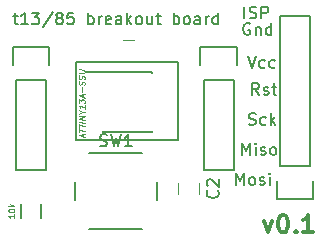
<source format=gto>
G04 #@! TF.GenerationSoftware,KiCad,Pcbnew,(2017-01-24 revision 0b6147e)-makepkg*
G04 #@! TF.CreationDate,2017-01-29T23:02:28+05:30*
G04 #@! TF.ProjectId,attiny13a,617474696E793133612E6B696361645F,0.1*
G04 #@! TF.FileFunction,Legend,Top*
G04 #@! TF.FilePolarity,Positive*
%FSLAX46Y46*%
G04 Gerber Fmt 4.6, Leading zero omitted, Abs format (unit mm)*
G04 Created by KiCad (PCBNEW (2017-01-24 revision 0b6147e)-makepkg) date 01/29/17 23:02:28*
%MOMM*%
%LPD*%
G01*
G04 APERTURE LIST*
%ADD10C,0.100000*%
%ADD11C,0.300000*%
%ADD12C,0.200000*%
%ADD13C,0.150000*%
%ADD14C,0.120000*%
G04 APERTURE END LIST*
D10*
D11*
X142637142Y-102294571D02*
X142994285Y-103294571D01*
X143351428Y-102294571D01*
X144208571Y-101794571D02*
X144351428Y-101794571D01*
X144494285Y-101866000D01*
X144565714Y-101937428D01*
X144637142Y-102080285D01*
X144708571Y-102366000D01*
X144708571Y-102723142D01*
X144637142Y-103008857D01*
X144565714Y-103151714D01*
X144494285Y-103223142D01*
X144351428Y-103294571D01*
X144208571Y-103294571D01*
X144065714Y-103223142D01*
X143994285Y-103151714D01*
X143922857Y-103008857D01*
X143851428Y-102723142D01*
X143851428Y-102366000D01*
X143922857Y-102080285D01*
X143994285Y-101937428D01*
X144065714Y-101866000D01*
X144208571Y-101794571D01*
X145351428Y-103151714D02*
X145422857Y-103223142D01*
X145351428Y-103294571D01*
X145280000Y-103223142D01*
X145351428Y-103151714D01*
X145351428Y-103294571D01*
X146851428Y-103294571D02*
X145994285Y-103294571D01*
X146422857Y-103294571D02*
X146422857Y-101794571D01*
X146280000Y-102008857D01*
X146137142Y-102151714D01*
X145994285Y-102223142D01*
D12*
X121436904Y-85002714D02*
X121817857Y-85002714D01*
X121579761Y-84669380D02*
X121579761Y-85526523D01*
X121627380Y-85621761D01*
X121722619Y-85669380D01*
X121817857Y-85669380D01*
X122674999Y-85669380D02*
X122103571Y-85669380D01*
X122389285Y-85669380D02*
X122389285Y-84669380D01*
X122294047Y-84812238D01*
X122198809Y-84907476D01*
X122103571Y-84955095D01*
X123008333Y-84669380D02*
X123627380Y-84669380D01*
X123294047Y-85050333D01*
X123436904Y-85050333D01*
X123532142Y-85097952D01*
X123579761Y-85145571D01*
X123627380Y-85240809D01*
X123627380Y-85478904D01*
X123579761Y-85574142D01*
X123532142Y-85621761D01*
X123436904Y-85669380D01*
X123151190Y-85669380D01*
X123055952Y-85621761D01*
X123008333Y-85574142D01*
X124770238Y-84621761D02*
X123913095Y-85907476D01*
X125246428Y-85097952D02*
X125151190Y-85050333D01*
X125103571Y-85002714D01*
X125055952Y-84907476D01*
X125055952Y-84859857D01*
X125103571Y-84764619D01*
X125151190Y-84717000D01*
X125246428Y-84669380D01*
X125436904Y-84669380D01*
X125532142Y-84717000D01*
X125579761Y-84764619D01*
X125627380Y-84859857D01*
X125627380Y-84907476D01*
X125579761Y-85002714D01*
X125532142Y-85050333D01*
X125436904Y-85097952D01*
X125246428Y-85097952D01*
X125151190Y-85145571D01*
X125103571Y-85193190D01*
X125055952Y-85288428D01*
X125055952Y-85478904D01*
X125103571Y-85574142D01*
X125151190Y-85621761D01*
X125246428Y-85669380D01*
X125436904Y-85669380D01*
X125532142Y-85621761D01*
X125579761Y-85574142D01*
X125627380Y-85478904D01*
X125627380Y-85288428D01*
X125579761Y-85193190D01*
X125532142Y-85145571D01*
X125436904Y-85097952D01*
X126532142Y-84669380D02*
X126055952Y-84669380D01*
X126008333Y-85145571D01*
X126055952Y-85097952D01*
X126151190Y-85050333D01*
X126389285Y-85050333D01*
X126484523Y-85097952D01*
X126532142Y-85145571D01*
X126579761Y-85240809D01*
X126579761Y-85478904D01*
X126532142Y-85574142D01*
X126484523Y-85621761D01*
X126389285Y-85669380D01*
X126151190Y-85669380D01*
X126055952Y-85621761D01*
X126008333Y-85574142D01*
X127770238Y-85669380D02*
X127770238Y-84669380D01*
X127770238Y-85050333D02*
X127865476Y-85002714D01*
X128055952Y-85002714D01*
X128151190Y-85050333D01*
X128198809Y-85097952D01*
X128246428Y-85193190D01*
X128246428Y-85478904D01*
X128198809Y-85574142D01*
X128151190Y-85621761D01*
X128055952Y-85669380D01*
X127865476Y-85669380D01*
X127770238Y-85621761D01*
X128674999Y-85669380D02*
X128674999Y-85002714D01*
X128674999Y-85193190D02*
X128722619Y-85097952D01*
X128770238Y-85050333D01*
X128865476Y-85002714D01*
X128960714Y-85002714D01*
X129674999Y-85621761D02*
X129579761Y-85669380D01*
X129389285Y-85669380D01*
X129294047Y-85621761D01*
X129246428Y-85526523D01*
X129246428Y-85145571D01*
X129294047Y-85050333D01*
X129389285Y-85002714D01*
X129579761Y-85002714D01*
X129674999Y-85050333D01*
X129722619Y-85145571D01*
X129722619Y-85240809D01*
X129246428Y-85336047D01*
X130579761Y-85669380D02*
X130579761Y-85145571D01*
X130532142Y-85050333D01*
X130436904Y-85002714D01*
X130246428Y-85002714D01*
X130151190Y-85050333D01*
X130579761Y-85621761D02*
X130484523Y-85669380D01*
X130246428Y-85669380D01*
X130151190Y-85621761D01*
X130103571Y-85526523D01*
X130103571Y-85431285D01*
X130151190Y-85336047D01*
X130246428Y-85288428D01*
X130484523Y-85288428D01*
X130579761Y-85240809D01*
X131055952Y-85669380D02*
X131055952Y-84669380D01*
X131151190Y-85288428D02*
X131436904Y-85669380D01*
X131436904Y-85002714D02*
X131055952Y-85383666D01*
X132008333Y-85669380D02*
X131913095Y-85621761D01*
X131865476Y-85574142D01*
X131817857Y-85478904D01*
X131817857Y-85193190D01*
X131865476Y-85097952D01*
X131913095Y-85050333D01*
X132008333Y-85002714D01*
X132151190Y-85002714D01*
X132246428Y-85050333D01*
X132294047Y-85097952D01*
X132341666Y-85193190D01*
X132341666Y-85478904D01*
X132294047Y-85574142D01*
X132246428Y-85621761D01*
X132151190Y-85669380D01*
X132008333Y-85669380D01*
X133198809Y-85002714D02*
X133198809Y-85669380D01*
X132770238Y-85002714D02*
X132770238Y-85526523D01*
X132817857Y-85621761D01*
X132913095Y-85669380D01*
X133055952Y-85669380D01*
X133151190Y-85621761D01*
X133198809Y-85574142D01*
X133532142Y-85002714D02*
X133913095Y-85002714D01*
X133674999Y-84669380D02*
X133674999Y-85526523D01*
X133722619Y-85621761D01*
X133817857Y-85669380D01*
X133913095Y-85669380D01*
X135008333Y-85669380D02*
X135008333Y-84669380D01*
X135008333Y-85050333D02*
X135103571Y-85002714D01*
X135294047Y-85002714D01*
X135389285Y-85050333D01*
X135436904Y-85097952D01*
X135484523Y-85193190D01*
X135484523Y-85478904D01*
X135436904Y-85574142D01*
X135389285Y-85621761D01*
X135294047Y-85669380D01*
X135103571Y-85669380D01*
X135008333Y-85621761D01*
X136055952Y-85669380D02*
X135960714Y-85621761D01*
X135913095Y-85574142D01*
X135865476Y-85478904D01*
X135865476Y-85193190D01*
X135913095Y-85097952D01*
X135960714Y-85050333D01*
X136055952Y-85002714D01*
X136198809Y-85002714D01*
X136294047Y-85050333D01*
X136341666Y-85097952D01*
X136389285Y-85193190D01*
X136389285Y-85478904D01*
X136341666Y-85574142D01*
X136294047Y-85621761D01*
X136198809Y-85669380D01*
X136055952Y-85669380D01*
X137246428Y-85669380D02*
X137246428Y-85145571D01*
X137198809Y-85050333D01*
X137103571Y-85002714D01*
X136913095Y-85002714D01*
X136817857Y-85050333D01*
X137246428Y-85621761D02*
X137151190Y-85669380D01*
X136913095Y-85669380D01*
X136817857Y-85621761D01*
X136770238Y-85526523D01*
X136770238Y-85431285D01*
X136817857Y-85336047D01*
X136913095Y-85288428D01*
X137151190Y-85288428D01*
X137246428Y-85240809D01*
X137722619Y-85669380D02*
X137722619Y-85002714D01*
X137722619Y-85193190D02*
X137770238Y-85097952D01*
X137817857Y-85050333D01*
X137913095Y-85002714D01*
X138008333Y-85002714D01*
X138770238Y-85669380D02*
X138770238Y-84669380D01*
X138770238Y-85621761D02*
X138675000Y-85669380D01*
X138484523Y-85669380D01*
X138389285Y-85621761D01*
X138341666Y-85574142D01*
X138294047Y-85478904D01*
X138294047Y-85193190D01*
X138341666Y-85097952D01*
X138389285Y-85050333D01*
X138484523Y-85002714D01*
X138675000Y-85002714D01*
X138770238Y-85050333D01*
X141470142Y-85606000D02*
X141374904Y-85558380D01*
X141232047Y-85558380D01*
X141089190Y-85606000D01*
X140993952Y-85701238D01*
X140946333Y-85796476D01*
X140898714Y-85986952D01*
X140898714Y-86129809D01*
X140946333Y-86320285D01*
X140993952Y-86415523D01*
X141089190Y-86510761D01*
X141232047Y-86558380D01*
X141327285Y-86558380D01*
X141470142Y-86510761D01*
X141517761Y-86463142D01*
X141517761Y-86129809D01*
X141327285Y-86129809D01*
X141946333Y-85891714D02*
X141946333Y-86558380D01*
X141946333Y-85986952D02*
X141993952Y-85939333D01*
X142089190Y-85891714D01*
X142232047Y-85891714D01*
X142327285Y-85939333D01*
X142374904Y-86034571D01*
X142374904Y-86558380D01*
X143279666Y-86558380D02*
X143279666Y-85558380D01*
X143279666Y-86510761D02*
X143184428Y-86558380D01*
X142993952Y-86558380D01*
X142898714Y-86510761D01*
X142851095Y-86463142D01*
X142803476Y-86367904D01*
X142803476Y-86082190D01*
X142851095Y-85986952D01*
X142898714Y-85939333D01*
X142993952Y-85891714D01*
X143184428Y-85891714D01*
X143279666Y-85939333D01*
X141303523Y-88352380D02*
X141636857Y-89352380D01*
X141970190Y-88352380D01*
X142732095Y-89304761D02*
X142636857Y-89352380D01*
X142446380Y-89352380D01*
X142351142Y-89304761D01*
X142303523Y-89257142D01*
X142255904Y-89161904D01*
X142255904Y-88876190D01*
X142303523Y-88780952D01*
X142351142Y-88733333D01*
X142446380Y-88685714D01*
X142636857Y-88685714D01*
X142732095Y-88733333D01*
X143589238Y-89304761D02*
X143494000Y-89352380D01*
X143303523Y-89352380D01*
X143208285Y-89304761D01*
X143160666Y-89257142D01*
X143113047Y-89161904D01*
X143113047Y-88876190D01*
X143160666Y-88780952D01*
X143208285Y-88733333D01*
X143303523Y-88685714D01*
X143494000Y-88685714D01*
X143589238Y-88733333D01*
X142240047Y-91638380D02*
X141906714Y-91162190D01*
X141668619Y-91638380D02*
X141668619Y-90638380D01*
X142049571Y-90638380D01*
X142144809Y-90686000D01*
X142192428Y-90733619D01*
X142240047Y-90828857D01*
X142240047Y-90971714D01*
X142192428Y-91066952D01*
X142144809Y-91114571D01*
X142049571Y-91162190D01*
X141668619Y-91162190D01*
X142621000Y-91590761D02*
X142716238Y-91638380D01*
X142906714Y-91638380D01*
X143001952Y-91590761D01*
X143049571Y-91495523D01*
X143049571Y-91447904D01*
X143001952Y-91352666D01*
X142906714Y-91305047D01*
X142763857Y-91305047D01*
X142668619Y-91257428D01*
X142621000Y-91162190D01*
X142621000Y-91114571D01*
X142668619Y-91019333D01*
X142763857Y-90971714D01*
X142906714Y-90971714D01*
X143001952Y-91019333D01*
X143335285Y-90971714D02*
X143716238Y-90971714D01*
X143478142Y-90638380D02*
X143478142Y-91495523D01*
X143525761Y-91590761D01*
X143621000Y-91638380D01*
X143716238Y-91638380D01*
X141374952Y-94130761D02*
X141517809Y-94178380D01*
X141755904Y-94178380D01*
X141851142Y-94130761D01*
X141898761Y-94083142D01*
X141946380Y-93987904D01*
X141946380Y-93892666D01*
X141898761Y-93797428D01*
X141851142Y-93749809D01*
X141755904Y-93702190D01*
X141565428Y-93654571D01*
X141470190Y-93606952D01*
X141422571Y-93559333D01*
X141374952Y-93464095D01*
X141374952Y-93368857D01*
X141422571Y-93273619D01*
X141470190Y-93226000D01*
X141565428Y-93178380D01*
X141803523Y-93178380D01*
X141946380Y-93226000D01*
X142803523Y-94130761D02*
X142708285Y-94178380D01*
X142517809Y-94178380D01*
X142422571Y-94130761D01*
X142374952Y-94083142D01*
X142327333Y-93987904D01*
X142327333Y-93702190D01*
X142374952Y-93606952D01*
X142422571Y-93559333D01*
X142517809Y-93511714D01*
X142708285Y-93511714D01*
X142803523Y-93559333D01*
X143232095Y-94178380D02*
X143232095Y-93178380D01*
X143327333Y-93797428D02*
X143613047Y-94178380D01*
X143613047Y-93511714D02*
X143232095Y-93892666D01*
X140811428Y-96718380D02*
X140811428Y-95718380D01*
X141144761Y-96432666D01*
X141478095Y-95718380D01*
X141478095Y-96718380D01*
X141954285Y-96718380D02*
X141954285Y-96051714D01*
X141954285Y-95718380D02*
X141906666Y-95766000D01*
X141954285Y-95813619D01*
X142001904Y-95766000D01*
X141954285Y-95718380D01*
X141954285Y-95813619D01*
X142382857Y-96670761D02*
X142478095Y-96718380D01*
X142668571Y-96718380D01*
X142763809Y-96670761D01*
X142811428Y-96575523D01*
X142811428Y-96527904D01*
X142763809Y-96432666D01*
X142668571Y-96385047D01*
X142525714Y-96385047D01*
X142430476Y-96337428D01*
X142382857Y-96242190D01*
X142382857Y-96194571D01*
X142430476Y-96099333D01*
X142525714Y-96051714D01*
X142668571Y-96051714D01*
X142763809Y-96099333D01*
X143382857Y-96718380D02*
X143287619Y-96670761D01*
X143240000Y-96623142D01*
X143192380Y-96527904D01*
X143192380Y-96242190D01*
X143240000Y-96146952D01*
X143287619Y-96099333D01*
X143382857Y-96051714D01*
X143525714Y-96051714D01*
X143620952Y-96099333D01*
X143668571Y-96146952D01*
X143716190Y-96242190D01*
X143716190Y-96527904D01*
X143668571Y-96623142D01*
X143620952Y-96670761D01*
X143525714Y-96718380D01*
X143382857Y-96718380D01*
X140303428Y-99258380D02*
X140303428Y-98258380D01*
X140636761Y-98972666D01*
X140970095Y-98258380D01*
X140970095Y-99258380D01*
X141589142Y-99258380D02*
X141493904Y-99210761D01*
X141446285Y-99163142D01*
X141398666Y-99067904D01*
X141398666Y-98782190D01*
X141446285Y-98686952D01*
X141493904Y-98639333D01*
X141589142Y-98591714D01*
X141732000Y-98591714D01*
X141827238Y-98639333D01*
X141874857Y-98686952D01*
X141922476Y-98782190D01*
X141922476Y-99067904D01*
X141874857Y-99163142D01*
X141827238Y-99210761D01*
X141732000Y-99258380D01*
X141589142Y-99258380D01*
X142303428Y-99210761D02*
X142398666Y-99258380D01*
X142589142Y-99258380D01*
X142684380Y-99210761D01*
X142732000Y-99115523D01*
X142732000Y-99067904D01*
X142684380Y-98972666D01*
X142589142Y-98925047D01*
X142446285Y-98925047D01*
X142351047Y-98877428D01*
X142303428Y-98782190D01*
X142303428Y-98734571D01*
X142351047Y-98639333D01*
X142446285Y-98591714D01*
X142589142Y-98591714D01*
X142684380Y-98639333D01*
X143160571Y-99258380D02*
X143160571Y-98591714D01*
X143160571Y-98258380D02*
X143112952Y-98306000D01*
X143160571Y-98353619D01*
X143208190Y-98306000D01*
X143160571Y-98258380D01*
X143160571Y-98353619D01*
X141009809Y-85161380D02*
X141009809Y-84161380D01*
X141438380Y-85113761D02*
X141581238Y-85161380D01*
X141819333Y-85161380D01*
X141914571Y-85113761D01*
X141962190Y-85066142D01*
X142009809Y-84970904D01*
X142009809Y-84875666D01*
X141962190Y-84780428D01*
X141914571Y-84732809D01*
X141819333Y-84685190D01*
X141628857Y-84637571D01*
X141533619Y-84589952D01*
X141486000Y-84542333D01*
X141438380Y-84447095D01*
X141438380Y-84351857D01*
X141486000Y-84256619D01*
X141533619Y-84209000D01*
X141628857Y-84161380D01*
X141866952Y-84161380D01*
X142009809Y-84209000D01*
X142438380Y-85161380D02*
X142438380Y-84161380D01*
X142819333Y-84161380D01*
X142914571Y-84209000D01*
X142962190Y-84256619D01*
X143009809Y-84351857D01*
X143009809Y-84494714D01*
X142962190Y-84589952D01*
X142914571Y-84637571D01*
X142819333Y-84685190D01*
X142438380Y-84685190D01*
X135382000Y-88900000D02*
X135382000Y-89408000D01*
X126746000Y-88900000D02*
X135382000Y-88900000D01*
X126746000Y-89408000D02*
X126746000Y-88900000D01*
X135382000Y-95504000D02*
X135382000Y-95377000D01*
X126746000Y-95504000D02*
X135382000Y-95504000D01*
X126746000Y-89281000D02*
X126746000Y-89408000D01*
X135382000Y-95504000D02*
X135382000Y-89281000D01*
X126746000Y-89408000D02*
X126746000Y-95504000D01*
D13*
X127873000Y-103036000D02*
X132373000Y-103036000D01*
X126623000Y-99036000D02*
X126623000Y-100536000D01*
X132373000Y-96536000D02*
X127873000Y-96536000D01*
X133623000Y-100536000D02*
X133623000Y-99036000D01*
X129023143Y-89718500D02*
X127623143Y-89718500D01*
X129023143Y-94818500D02*
X133173143Y-94818500D01*
X129023143Y-89668500D02*
X133173143Y-89668500D01*
X129023143Y-94818500D02*
X129023143Y-94673500D01*
X133173143Y-94818500D02*
X133173143Y-94673500D01*
X133173143Y-89668500D02*
X133173143Y-89813500D01*
X129023143Y-89668500D02*
X129023143Y-89718500D01*
D14*
X131691000Y-87034000D02*
X130691000Y-87034000D01*
X130691000Y-88734000D02*
X131691000Y-88734000D01*
D13*
X140361000Y-87604000D02*
X137261000Y-87604000D01*
X140361000Y-89154000D02*
X140361000Y-87604000D01*
X137541000Y-90424000D02*
X140081000Y-90424000D01*
X140081000Y-98044000D02*
X137541000Y-98044000D01*
X137261000Y-87604000D02*
X137261000Y-89154000D01*
X137541000Y-90424000D02*
X137541000Y-98044000D01*
X140081000Y-90424000D02*
X140081000Y-98044000D01*
X124206000Y-90424000D02*
X124206000Y-98044000D01*
X121666000Y-90424000D02*
X121666000Y-98044000D01*
X121386000Y-87604000D02*
X121386000Y-89154000D01*
X124206000Y-98044000D02*
X121666000Y-98044000D01*
X121666000Y-90424000D02*
X124206000Y-90424000D01*
X124486000Y-89154000D02*
X124486000Y-87604000D01*
X124486000Y-87604000D02*
X121386000Y-87604000D01*
X143738000Y-100483000D02*
X146838000Y-100483000D01*
X143738000Y-98933000D02*
X143738000Y-100483000D01*
X146558000Y-97663000D02*
X144018000Y-97663000D01*
X146838000Y-100483000D02*
X146838000Y-98933000D01*
X144018000Y-84963000D02*
X144018000Y-97663000D01*
X146558000Y-84963000D02*
X144018000Y-84963000D01*
X146558000Y-97663000D02*
X146558000Y-84963000D01*
X122061000Y-102073000D02*
X122061000Y-100873000D01*
X123811000Y-100873000D02*
X123811000Y-102073000D01*
D14*
X135421000Y-99068000D02*
X135421000Y-100068000D01*
X137121000Y-100068000D02*
X137121000Y-99068000D01*
D13*
X128789666Y-95940761D02*
X128932523Y-95988380D01*
X129170619Y-95988380D01*
X129265857Y-95940761D01*
X129313476Y-95893142D01*
X129361095Y-95797904D01*
X129361095Y-95702666D01*
X129313476Y-95607428D01*
X129265857Y-95559809D01*
X129170619Y-95512190D01*
X128980142Y-95464571D01*
X128884904Y-95416952D01*
X128837285Y-95369333D01*
X128789666Y-95274095D01*
X128789666Y-95178857D01*
X128837285Y-95083619D01*
X128884904Y-95036000D01*
X128980142Y-94988380D01*
X129218238Y-94988380D01*
X129361095Y-95036000D01*
X129694428Y-94988380D02*
X129932523Y-95988380D01*
X130123000Y-95274095D01*
X130313476Y-95988380D01*
X130551571Y-94988380D01*
X131456333Y-95988380D02*
X130884904Y-95988380D01*
X131170619Y-95988380D02*
X131170619Y-94988380D01*
X131075380Y-95131238D01*
X130980142Y-95226476D01*
X130884904Y-95274095D01*
D10*
X127337333Y-95180875D02*
X127337333Y-94942779D01*
X127480190Y-95246351D02*
X126980190Y-95017184D01*
X127480190Y-94913017D01*
X126980190Y-94755279D02*
X126980190Y-94469565D01*
X127480190Y-94674922D02*
X126980190Y-94612422D01*
X126980190Y-94374327D02*
X126980190Y-94088613D01*
X127480190Y-94293970D02*
X126980190Y-94231470D01*
X127480190Y-93984446D02*
X126980190Y-93921946D01*
X127480190Y-93746351D02*
X126980190Y-93683851D01*
X127480190Y-93460636D01*
X126980190Y-93398136D01*
X127242095Y-93097541D02*
X127480190Y-93127303D01*
X126980190Y-93231470D02*
X127242095Y-93097541D01*
X126980190Y-92898136D01*
X127480190Y-92532065D02*
X127480190Y-92817779D01*
X127480190Y-92674922D02*
X126980190Y-92612422D01*
X127051619Y-92668970D01*
X127099238Y-92722541D01*
X127123047Y-92773136D01*
X126980190Y-92302898D02*
X126980190Y-91993375D01*
X127170666Y-92183851D01*
X127170666Y-92112422D01*
X127194476Y-92067779D01*
X127218285Y-92046946D01*
X127265904Y-92029089D01*
X127384952Y-92043970D01*
X127432571Y-92073732D01*
X127456380Y-92100517D01*
X127480190Y-92151113D01*
X127480190Y-92293970D01*
X127456380Y-92338613D01*
X127432571Y-92359446D01*
X127337333Y-91847541D02*
X127337333Y-91609446D01*
X127480190Y-91913017D02*
X126980190Y-91683851D01*
X127480190Y-91579684D01*
X127289714Y-91389208D02*
X127289714Y-91008255D01*
X127456380Y-90814803D02*
X127480190Y-90746351D01*
X127480190Y-90627303D01*
X127456380Y-90576708D01*
X127432571Y-90549922D01*
X127384952Y-90520160D01*
X127337333Y-90514208D01*
X127289714Y-90532065D01*
X127265904Y-90552898D01*
X127242095Y-90597541D01*
X127218285Y-90689803D01*
X127194476Y-90734446D01*
X127170666Y-90755279D01*
X127123047Y-90773136D01*
X127075428Y-90767184D01*
X127027809Y-90737422D01*
X127004000Y-90710636D01*
X126980190Y-90660041D01*
X126980190Y-90540994D01*
X127004000Y-90472541D01*
X127456380Y-90338613D02*
X127480190Y-90270160D01*
X127480190Y-90151113D01*
X127456380Y-90100517D01*
X127432571Y-90073732D01*
X127384952Y-90043970D01*
X127337333Y-90038017D01*
X127289714Y-90055875D01*
X127265904Y-90076708D01*
X127242095Y-90121351D01*
X127218285Y-90213613D01*
X127194476Y-90258255D01*
X127170666Y-90279089D01*
X127123047Y-90296946D01*
X127075428Y-90290994D01*
X127027809Y-90261232D01*
X127004000Y-90234446D01*
X126980190Y-90183851D01*
X126980190Y-90064803D01*
X127004000Y-89996351D01*
X126980190Y-89779089D02*
X127384952Y-89829684D01*
X127432571Y-89811827D01*
X127456380Y-89790994D01*
X127480190Y-89746351D01*
X127480190Y-89651113D01*
X127456380Y-89600517D01*
X127432571Y-89573732D01*
X127384952Y-89543970D01*
X126980190Y-89493375D01*
X121511190Y-101770619D02*
X121511190Y-102056333D01*
X121511190Y-101913476D02*
X121011190Y-101913476D01*
X121082619Y-101961095D01*
X121130238Y-102008714D01*
X121154047Y-102056333D01*
X121011190Y-101461095D02*
X121011190Y-101413476D01*
X121035000Y-101365857D01*
X121058809Y-101342047D01*
X121106428Y-101318238D01*
X121201666Y-101294428D01*
X121320714Y-101294428D01*
X121415952Y-101318238D01*
X121463571Y-101342047D01*
X121487380Y-101365857D01*
X121511190Y-101413476D01*
X121511190Y-101461095D01*
X121487380Y-101508714D01*
X121463571Y-101532523D01*
X121415952Y-101556333D01*
X121320714Y-101580142D01*
X121201666Y-101580142D01*
X121106428Y-101556333D01*
X121058809Y-101532523D01*
X121035000Y-101508714D01*
X121011190Y-101461095D01*
X121511190Y-101080142D02*
X121011190Y-101080142D01*
X121320714Y-101032523D02*
X121511190Y-100889666D01*
X121177857Y-100889666D02*
X121368333Y-101080142D01*
D13*
X138728142Y-99734666D02*
X138775761Y-99782285D01*
X138823380Y-99925142D01*
X138823380Y-100020380D01*
X138775761Y-100163238D01*
X138680523Y-100258476D01*
X138585285Y-100306095D01*
X138394809Y-100353714D01*
X138251952Y-100353714D01*
X138061476Y-100306095D01*
X137966238Y-100258476D01*
X137871000Y-100163238D01*
X137823380Y-100020380D01*
X137823380Y-99925142D01*
X137871000Y-99782285D01*
X137918619Y-99734666D01*
X137918619Y-99353714D02*
X137871000Y-99306095D01*
X137823380Y-99210857D01*
X137823380Y-98972761D01*
X137871000Y-98877523D01*
X137918619Y-98829904D01*
X138013857Y-98782285D01*
X138109095Y-98782285D01*
X138251952Y-98829904D01*
X138823380Y-99401333D01*
X138823380Y-98782285D01*
M02*

</source>
